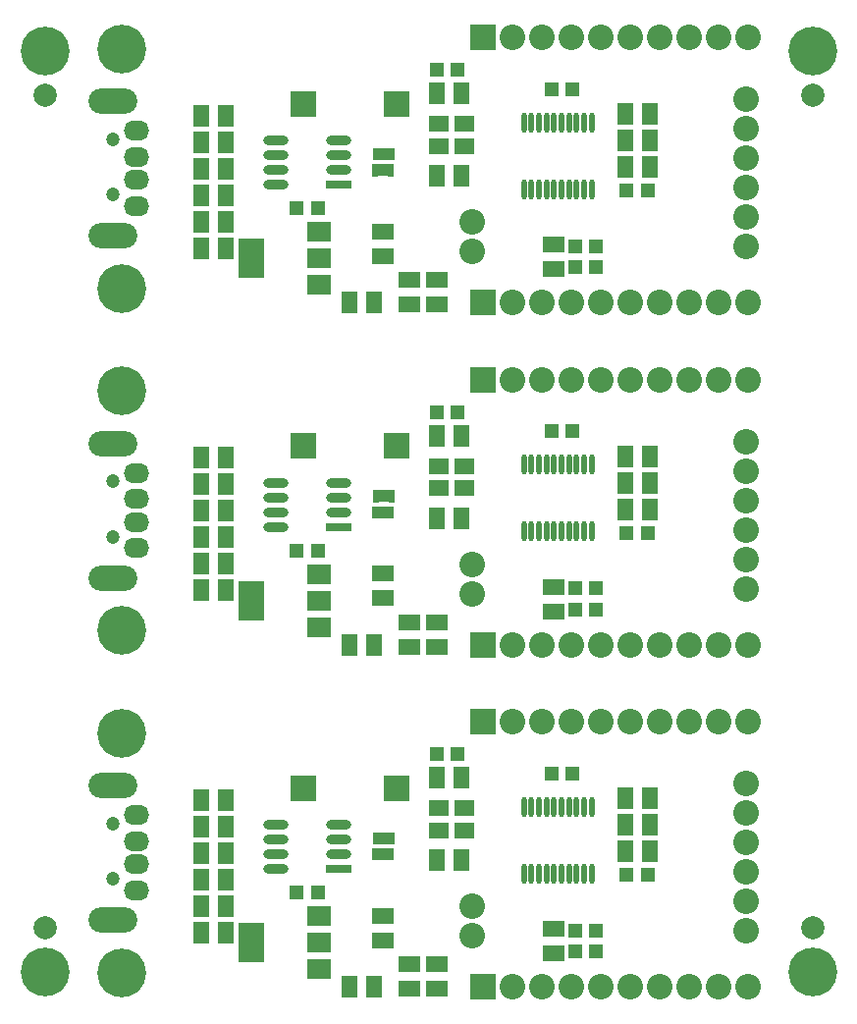
<source format=gts>
G04 Layer_Color=8388736*
%FSLAX44Y44*%
%MOMM*%
G71*
G01*
G75*
%ADD37R,1.9304X1.0160*%
%ADD38C,2.0000*%
%ADD39R,1.4032X1.8332*%
%ADD40R,1.2032X1.2032*%
%ADD41R,0.6032X1.0032*%
%ADD42R,1.8332X1.4032*%
%ADD43R,2.2032X0.8032*%
%ADD44O,2.2032X0.8032*%
%ADD45R,2.2032X2.2032*%
%ADD46R,1.7032X1.4032*%
%ADD47R,2.0032X1.7032*%
%ADD48R,2.2032X3.4032*%
%ADD49R,1.2032X1.2032*%
%ADD50O,0.5032X1.7032*%
%ADD51C,4.2032*%
%ADD52C,2.2032*%
%ADD53R,2.2032X2.2032*%
%ADD54O,2.2032X1.7272*%
%ADD55C,1.2032*%
%ADD56O,4.2032X2.2032*%
D37*
X326032Y146050D02*
D03*
X325778Y132080D02*
D03*
X326032Y441050D02*
D03*
X325778Y427080D02*
D03*
X326032Y736050D02*
D03*
X325778Y722080D02*
D03*
D38*
X34000Y68500D02*
D03*
X696000Y786500D02*
D03*
X34000D02*
D03*
X696000Y68500D02*
D03*
D39*
X555480Y180340D02*
D03*
X534480D02*
D03*
X168720Y87630D02*
D03*
X189720D02*
D03*
X555480Y157480D02*
D03*
X534480D02*
D03*
X168720Y156210D02*
D03*
X189720D02*
D03*
X168720Y133350D02*
D03*
X189720D02*
D03*
Y110490D02*
D03*
X168720D02*
D03*
Y179070D02*
D03*
X189720D02*
D03*
X371920Y198120D02*
D03*
X392920D02*
D03*
X168720Y64770D02*
D03*
X189720D02*
D03*
X296990Y17780D02*
D03*
X317990D02*
D03*
X392920Y127000D02*
D03*
X371920D02*
D03*
X555480Y134620D02*
D03*
X534480D02*
D03*
X555480Y475340D02*
D03*
X534480D02*
D03*
X168720Y382630D02*
D03*
X189720D02*
D03*
X555480Y452480D02*
D03*
X534480D02*
D03*
X168720Y451210D02*
D03*
X189720D02*
D03*
X168720Y428350D02*
D03*
X189720D02*
D03*
Y405490D02*
D03*
X168720D02*
D03*
Y474070D02*
D03*
X189720D02*
D03*
X371920Y493120D02*
D03*
X392920D02*
D03*
X168720Y359770D02*
D03*
X189720D02*
D03*
X296990Y312780D02*
D03*
X317990D02*
D03*
X392920Y422000D02*
D03*
X371920D02*
D03*
X555480Y429620D02*
D03*
X534480D02*
D03*
X555480Y770340D02*
D03*
X534480D02*
D03*
X168720Y677630D02*
D03*
X189720D02*
D03*
X555480Y747480D02*
D03*
X534480D02*
D03*
X168720Y746210D02*
D03*
X189720D02*
D03*
X168720Y723350D02*
D03*
X189720D02*
D03*
Y700490D02*
D03*
X168720D02*
D03*
Y769070D02*
D03*
X189720D02*
D03*
X371920Y788120D02*
D03*
X392920D02*
D03*
X168720Y654770D02*
D03*
X189720D02*
D03*
X296990Y607780D02*
D03*
X317990D02*
D03*
X392920Y717000D02*
D03*
X371920D02*
D03*
X555480Y724620D02*
D03*
X534480D02*
D03*
D40*
X251390Y99060D02*
D03*
X269360D02*
D03*
X372040Y218440D02*
D03*
X390010D02*
D03*
X471100Y201930D02*
D03*
X489070D02*
D03*
X535870Y114300D02*
D03*
X553840D02*
D03*
X251390Y394060D02*
D03*
X269360D02*
D03*
X372040Y513440D02*
D03*
X390010D02*
D03*
X471100Y496930D02*
D03*
X489070D02*
D03*
X535870Y409300D02*
D03*
X553840D02*
D03*
X251390Y689060D02*
D03*
X269360D02*
D03*
X372040Y808440D02*
D03*
X390010D02*
D03*
X471100Y791930D02*
D03*
X489070D02*
D03*
X535870Y704300D02*
D03*
X553840D02*
D03*
D41*
X332890Y145796D02*
D03*
X319428D02*
D03*
X332636Y131826D02*
D03*
X319174D02*
D03*
X332890Y440796D02*
D03*
X319428D02*
D03*
X332636Y426826D02*
D03*
X319174D02*
D03*
X332890Y735796D02*
D03*
X319428D02*
D03*
X332636Y721826D02*
D03*
X319174D02*
D03*
D42*
X325270Y58080D02*
D03*
Y79080D02*
D03*
X348130Y37170D02*
D03*
Y16170D02*
D03*
X372260D02*
D03*
Y37170D02*
D03*
X472590Y46650D02*
D03*
Y67650D02*
D03*
X325270Y353080D02*
D03*
Y374080D02*
D03*
X348130Y332170D02*
D03*
Y311170D02*
D03*
X372260D02*
D03*
Y332170D02*
D03*
X472590Y341650D02*
D03*
Y362650D02*
D03*
X325270Y648080D02*
D03*
Y669080D02*
D03*
X348130Y627170D02*
D03*
Y606170D02*
D03*
X372260D02*
D03*
Y627170D02*
D03*
X472590Y636650D02*
D03*
Y657650D02*
D03*
D43*
X287500Y119380D02*
D03*
Y414380D02*
D03*
Y709380D02*
D03*
D44*
Y132080D02*
D03*
Y144780D02*
D03*
Y157480D02*
D03*
X233500Y119380D02*
D03*
Y132080D02*
D03*
Y144780D02*
D03*
Y157480D02*
D03*
X287500Y427080D02*
D03*
Y439780D02*
D03*
Y452480D02*
D03*
X233500Y414380D02*
D03*
Y427080D02*
D03*
Y439780D02*
D03*
Y452480D02*
D03*
X287500Y722080D02*
D03*
Y734780D02*
D03*
Y747480D02*
D03*
X233500Y709380D02*
D03*
Y722080D02*
D03*
Y734780D02*
D03*
Y747480D02*
D03*
D45*
X337330Y189230D02*
D03*
X257330D02*
D03*
X337330Y484230D02*
D03*
X257330D02*
D03*
X337330Y779230D02*
D03*
X257330D02*
D03*
D46*
X373420Y171958D02*
D03*
Y152654D02*
D03*
X396026D02*
D03*
Y171958D02*
D03*
X373420Y466958D02*
D03*
Y447654D02*
D03*
X396026D02*
D03*
Y466958D02*
D03*
X373420Y761958D02*
D03*
Y742654D02*
D03*
X396026D02*
D03*
Y761958D02*
D03*
D47*
X270450Y78880D02*
D03*
Y55880D02*
D03*
Y32880D02*
D03*
Y373880D02*
D03*
Y350880D02*
D03*
Y327880D02*
D03*
Y668880D02*
D03*
Y645880D02*
D03*
Y622880D02*
D03*
D48*
X212450Y55880D02*
D03*
Y350880D02*
D03*
Y645880D02*
D03*
D49*
X491640Y66260D02*
D03*
Y48290D02*
D03*
X509420Y66260D02*
D03*
Y48290D02*
D03*
X491640Y361260D02*
D03*
Y343290D02*
D03*
X509420Y361260D02*
D03*
Y343290D02*
D03*
X491640Y656260D02*
D03*
Y638290D02*
D03*
X509420Y656260D02*
D03*
Y638290D02*
D03*
D50*
X447190Y115570D02*
D03*
X453690D02*
D03*
X460190D02*
D03*
X466690D02*
D03*
X473190D02*
D03*
X479690D02*
D03*
X486190D02*
D03*
X492690D02*
D03*
X499190D02*
D03*
X505690D02*
D03*
X447190Y173070D02*
D03*
X453690D02*
D03*
X460190D02*
D03*
X466690D02*
D03*
X473190D02*
D03*
X479690D02*
D03*
X486190D02*
D03*
X492690D02*
D03*
X499190D02*
D03*
X505690D02*
D03*
X447190Y410570D02*
D03*
X453690D02*
D03*
X460190D02*
D03*
X466690D02*
D03*
X473190D02*
D03*
X479690D02*
D03*
X486190D02*
D03*
X492690D02*
D03*
X499190D02*
D03*
X505690D02*
D03*
X447190Y468070D02*
D03*
X453690D02*
D03*
X460190D02*
D03*
X466690D02*
D03*
X473190D02*
D03*
X479690D02*
D03*
X486190D02*
D03*
X492690D02*
D03*
X499190D02*
D03*
X505690D02*
D03*
X447190Y705570D02*
D03*
X453690D02*
D03*
X460190D02*
D03*
X466690D02*
D03*
X473190D02*
D03*
X479690D02*
D03*
X486190D02*
D03*
X492690D02*
D03*
X499190D02*
D03*
X505690D02*
D03*
X447190Y763070D02*
D03*
X453690D02*
D03*
X460190D02*
D03*
X466690D02*
D03*
X473190D02*
D03*
X479690D02*
D03*
X486190D02*
D03*
X492690D02*
D03*
X499190D02*
D03*
X505690D02*
D03*
D51*
X34000Y30500D02*
D03*
X696000Y824500D02*
D03*
X34000D02*
D03*
X696000Y30500D02*
D03*
X100000Y236700D02*
D03*
Y30000D02*
D03*
Y531700D02*
D03*
Y325000D02*
D03*
Y826700D02*
D03*
Y620000D02*
D03*
D52*
X402232Y61976D02*
D03*
Y87376D02*
D03*
X437030Y246380D02*
D03*
X462430D02*
D03*
X487830D02*
D03*
X513230D02*
D03*
X538630D02*
D03*
X564030D02*
D03*
X589430D02*
D03*
X614830D02*
D03*
X640230D02*
D03*
X437030Y17780D02*
D03*
X462430D02*
D03*
X487830D02*
D03*
X513230D02*
D03*
X538630D02*
D03*
X564030D02*
D03*
X589430D02*
D03*
X614830D02*
D03*
X640230D02*
D03*
X638960Y193040D02*
D03*
Y167640D02*
D03*
Y66040D02*
D03*
Y91440D02*
D03*
Y116840D02*
D03*
Y142240D02*
D03*
X402232Y356976D02*
D03*
Y382376D02*
D03*
X437030Y541380D02*
D03*
X462430D02*
D03*
X487830D02*
D03*
X513230D02*
D03*
X538630D02*
D03*
X564030D02*
D03*
X589430D02*
D03*
X614830D02*
D03*
X640230D02*
D03*
X437030Y312780D02*
D03*
X462430D02*
D03*
X487830D02*
D03*
X513230D02*
D03*
X538630D02*
D03*
X564030D02*
D03*
X589430D02*
D03*
X614830D02*
D03*
X640230D02*
D03*
X638960Y488040D02*
D03*
Y462640D02*
D03*
Y361040D02*
D03*
Y386440D02*
D03*
Y411840D02*
D03*
Y437240D02*
D03*
X402232Y651976D02*
D03*
Y677376D02*
D03*
X437030Y836380D02*
D03*
X462430D02*
D03*
X487830D02*
D03*
X513230D02*
D03*
X538630D02*
D03*
X564030D02*
D03*
X589430D02*
D03*
X614830D02*
D03*
X640230D02*
D03*
X437030Y607780D02*
D03*
X462430D02*
D03*
X487830D02*
D03*
X513230D02*
D03*
X538630D02*
D03*
X564030D02*
D03*
X589430D02*
D03*
X614830D02*
D03*
X640230D02*
D03*
X638960Y783040D02*
D03*
Y757640D02*
D03*
Y656040D02*
D03*
Y681440D02*
D03*
Y706840D02*
D03*
Y732240D02*
D03*
D53*
X411630Y246380D02*
D03*
Y17780D02*
D03*
Y541380D02*
D03*
Y312780D02*
D03*
Y836380D02*
D03*
Y607780D02*
D03*
D54*
X113020Y165997D02*
D03*
Y100997D02*
D03*
Y143497D02*
D03*
Y123497D02*
D03*
Y460997D02*
D03*
Y395997D02*
D03*
Y438497D02*
D03*
Y418497D02*
D03*
Y755997D02*
D03*
Y690997D02*
D03*
Y733497D02*
D03*
Y713497D02*
D03*
D55*
X93020Y110997D02*
D03*
Y158697D02*
D03*
Y405997D02*
D03*
Y453697D02*
D03*
Y700997D02*
D03*
Y748697D02*
D03*
D56*
Y75350D02*
D03*
Y191350D02*
D03*
Y370350D02*
D03*
Y486350D02*
D03*
Y665350D02*
D03*
Y781350D02*
D03*
M02*

</source>
